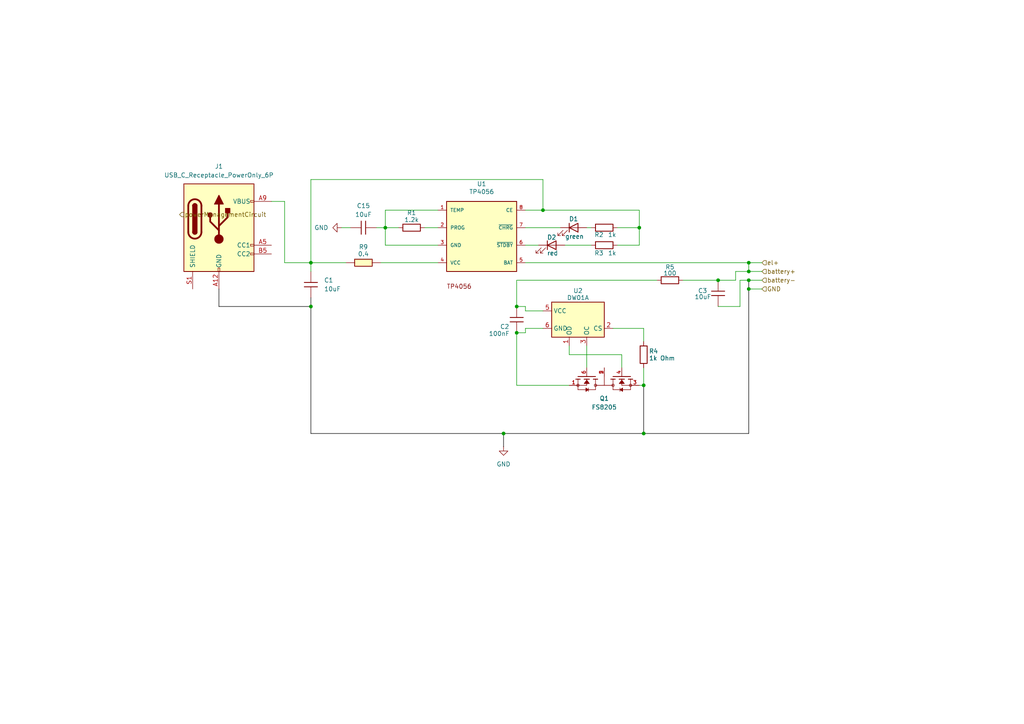
<source format=kicad_sch>
(kicad_sch (version 20231120) (generator "eeschema") (generator_version "8.0")
  (paper "A4")
  (title_block (title "ChargingCircuit_puzzRob"))
  (lib_symbols
    (symbol "Battery_Management:DW01A"
      (property "Reference" "U" (at -6.604 6.35 0))
      (property "Value" "DW01A" (at 4.318 6.604 0))
      (symbol "DW01A_0_1"
        (pin output line (at -2.54 -7.62 90) (length 2.54) (name "OD") (number "1"))
        (pin input line (at 10.16 -2.54 180) (length 2.54) (name "CS") (number "2"))
        (pin output line (at 2.54 -7.62 90) (length 2.54) (name "OC") (number "3"))
        (pin power_in line (at -10.16 2.54 0) (length 2.54) (name "VCC") (number "5"))
        (pin power_in line (at -10.16 -2.54 0) (length 2.54) (name "GND") (number "6"))
      )
      (symbol "DW01A_1_1"
        (rectangle (start -7.62 5.08) (end 7.62 -5.08) (stroke (width 0.254)) (fill (type background)))
        (pin no_connect line (at 10.16 2.54 180) (length 2.54) hide (name "TD") (number "4"))
      )
    )
    (symbol "Connector:USB_C_Receptacle_PowerOnly_6P" (pin_names (offset 1.016))
      (property "Reference" "J" (at 0 16.51 0))
      (property "Value" "USB_C_Receptacle_PowerOnly_6P" (at 0 13.97 0))
      (symbol "USB_C_Receptacle_PowerOnly_6P_0_0"
        (rectangle (start -0.254 -12.7) (end 0.254 -11.684))
        (rectangle (start 10.16 -7.366) (end 9.144 -7.874))
        (rectangle (start 10.16 -4.826) (end 9.144 -5.334))
        (rectangle (start 10.16 7.874) (end 9.144 7.366))
      )
      (symbol "USB_C_Receptacle_PowerOnly_6P_0_1"
        (rectangle (start -10.16 12.7) (end 10.16 -12.7) (stroke (width 0.254)) (fill (type background)))
        (arc (start -8.89 -1.27) (mid -6.985 -3.1667) (end -5.08 -1.27) (stroke (width 0.508)))
        (arc (start -7.62 -1.27) (mid -6.985 -1.9023) (end -6.35 -1.27) (stroke (width 0.254)))
        (arc (start -7.62 -1.27) (mid -6.985 -1.9023) (end -6.35 -1.27) (stroke (width 0.254)) (fill (type outline)))
        (rectangle (start -7.62 -1.27) (end -6.35 6.35) (stroke (width 0.254)) (fill (type outline)))
        (arc (start -6.35 6.35) (mid -6.985 6.9823) (end -7.62 6.35) (stroke (width 0.254)))
        (arc (start -6.35 6.35) (mid -6.985 6.9823) (end -7.62 6.35) (stroke (width 0.254)) (fill (type outline)))
        (arc (start -5.08 6.35) (mid -6.985 8.2467) (end -8.89 6.35) (stroke (width 0.508)))
        (circle (center -2.54 3.683) (radius 0.635) (stroke (width 0.254)) (fill (type outline)))
        (circle (center 0 -3.302) (radius 1.27) (fill (type outline)))
        (polyline (pts (xy -8.89 -1.27) (xy -8.89 6.35)) (stroke (width 0.508)))
        (polyline (pts (xy -5.08 6.35) (xy -5.08 -1.27)) (stroke (width 0.508)))
        (polyline (pts (xy 0 -3.302) (xy 0 6.858)) (stroke (width 0.508)))
        (polyline (pts (xy 0 -0.762) (xy -2.54 1.778) (xy -2.54 3.048)) (stroke (width 0.508)))
        (polyline (pts (xy 0 0.508) (xy 2.54 3.048) (xy 2.54 4.318)) (stroke (width 0.508)))
        (polyline (pts (xy -1.27 6.858) (xy 0 9.398) (xy 1.27 6.858) (xy -1.27 6.858)) (stroke (width 0.254)) (fill (type outline)))
        (rectangle (start 1.905 4.318) (end 3.175 5.588) (stroke (width 0.254)) (fill (type outline)))
      )
      (symbol "USB_C_Receptacle_PowerOnly_6P_1_1"
        (pin passive line (at 0 -17.78 90) (length 5.08) (name "GND") (number "A12"))
        (pin bidirectional line (at 15.24 -5.08 180) (length 5.08) (name "CC1") (number "A5"))
        (pin passive line (at 15.24 7.62 180) (length 5.08) (name "VBUS") (number "A9"))
        (pin passive line (at 0 -17.78 90) (length 5.08) hide (name "GND") (number "B12"))
        (pin bidirectional line (at 15.24 -7.62 180) (length 5.08) (name "CC2") (number "B5"))
        (pin passive line (at 15.24 7.62 180) (length 5.08) hide (name "VBUS") (number "B9"))
        (pin passive line (at -7.62 -17.78 90) (length 5.08) (name "SHIELD") (number "S1"))
      )
    )
    (symbol "Device:LED" (pin_numbers hide) (pin_names (offset 1.016) hide)
      (property "Reference" "D" (at 0 2.54 0))
      (property "Value" "LED" (at 0 -2.54 0))
      (symbol "LED_0_1"
        (polyline (pts (xy -1.27 -1.27) (xy -1.27 1.27)) (stroke (width 0.254)))
        (polyline (pts (xy -1.27 0) (xy 1.27 0)))
        (polyline (pts (xy 1.27 -1.27) (xy 1.27 1.27) (xy -1.27 0) (xy 1.27 -1.27)) (stroke (width 0.254)))
        (polyline (pts (xy -3.048 -0.762) (xy -4.572 -2.286) (xy -3.81 -2.286) (xy -4.572 -2.286) (xy -4.572 -1.524)))
        (polyline (pts (xy -1.778 -0.762) (xy -3.302 -2.286) (xy -2.54 -2.286) (xy -3.302 -2.286) (xy -3.302 -1.524)))
      )
      (symbol "LED_1_1"
        (pin passive line (at -3.81 0 0) (length 2.54) (name "K") (number "1"))
        (pin passive line (at 3.81 0 180) (length 2.54) (name "A") (number "2"))
      )
    )
    (symbol "Device:R" (pin_numbers hide) (pin_names (offset 0))
      (property "Reference" "R" (at 2.032 0 90))
      (property "Value" "R" (at 0 0 90))
      (symbol "R_0_1"
        (rectangle (start -1.016 -2.54) (end 1.016 2.54) (stroke (width 0.254)))
      )
      (symbol "R_1_1"
        (pin passive line (at 0 3.81 270) (length 1.27) (name "~") (number "1"))
        (pin passive line (at 0 -3.81 90) (length 1.27) (name "~") (number "2"))
      )
    )
    (symbol "FS8205:FS8205" (pin_names (offset 1.016))
      (property "Reference" "Q" (at 2.54 2.286 0))
      (property "Value" "FS8205" (at 2.54 -2.032 0))
      (symbol "FS8205_0_0"
        (circle (center 0 -7.62) (radius 0.3592))
        (circle (center 0 -2.54) (radius 0.3592))
        (polyline (pts (xy -2.54 -2.54) (xy -2.54 -7.62)) (stroke (width 0.254)))
        (polyline (pts (xy -2.54 0) (xy 0 0)) (stroke (width 0.1524)))
        (polyline (pts (xy -2.54 2.54) (xy -2.54 7.62)) (stroke (width 0.254)))
        (polyline (pts (xy -1.778 -7.62) (xy -1.778 -8.255)) (stroke (width 0.254)))
        (polyline (pts (xy -1.778 -6.985) (xy -1.778 -7.62)) (stroke (width 0.254)))
        (polyline (pts (xy -1.778 -5.08) (xy -1.778 -5.842)) (stroke (width 0.254)))
        (polyline (pts (xy -1.778 -5.08) (xy 0 -5.08)) (stroke (width 0.1524)))
        (polyline (pts (xy -1.778 -4.318) (xy -1.778 -5.08)) (stroke (width 0.254)))
        (polyline (pts (xy -1.778 -2.54) (xy -1.778 -3.175)) (stroke (width 0.254)))
        (polyline (pts (xy -1.778 -2.54) (xy 0 -2.54)) (stroke (width 0.1524)))
        (polyline (pts (xy -1.778 -1.905) (xy -1.778 -2.54)) (stroke (width 0.254)))
        (polyline (pts (xy -1.778 1.905) (xy -1.778 2.54)) (stroke (width 0.254)))
        (polyline (pts (xy -1.778 2.54) (xy -1.778 3.175)) (stroke (width 0.254)))
        (polyline (pts (xy -1.778 2.54) (xy 0 2.54)) (stroke (width 0.1524)))
        (polyline (pts (xy -1.778 4.318) (xy -1.778 5.08)) (stroke (width 0.254)))
        (polyline (pts (xy -1.778 5.08) (xy -1.778 5.842)) (stroke (width 0.254)))
        (polyline (pts (xy -1.778 5.08) (xy 0 5.08)) (stroke (width 0.1524)))
        (polyline (pts (xy -1.778 6.985) (xy -1.778 7.62)) (stroke (width 0.254)))
        (polyline (pts (xy -1.778 7.62) (xy -1.778 8.255)) (stroke (width 0.254)))
        (polyline (pts (xy 0 -7.62) (xy -1.778 -7.62)) (stroke (width 0.1524)))
        (polyline (pts (xy 0 -7.62) (xy 1.27 -7.62)) (stroke (width 0.1524)))
        (polyline (pts (xy 0 -5.08) (xy 0 -7.62)) (stroke (width 0.1524)))
        (polyline (pts (xy 0 -2.54) (xy 1.27 -2.54)) (stroke (width 0.1524)))
        (polyline (pts (xy 0 0) (xy 0 -2.54)) (stroke (width 0.1778)))
        (polyline (pts (xy 0 2.54) (xy 0 0)) (stroke (width 0.1778)))
        (polyline (pts (xy 0 2.54) (xy 1.27 2.54)) (stroke (width 0.1524)))
        (polyline (pts (xy 0 5.08) (xy 0 7.62)) (stroke (width 0.1524)))
        (polyline (pts (xy 0 7.62) (xy -1.778 7.62)) (stroke (width 0.1524)))
        (polyline (pts (xy 0 7.62) (xy 1.27 7.62)) (stroke (width 0.1524)))
        (polyline (pts (xy 1.27 -4.572) (xy 0.762 -4.572)) (stroke (width 0.1524)))
        (polyline (pts (xy 1.27 -4.572) (xy 1.27 -7.62)) (stroke (width 0.1524)))
        (polyline (pts (xy 1.27 -2.54) (xy 1.27 -4.572)) (stroke (width 0.1524)))
        (polyline (pts (xy 1.27 2.54) (xy 1.27 4.572)) (stroke (width 0.1524)))
        (polyline (pts (xy 1.27 4.572) (xy 0.762 4.572)) (stroke (width 0.1524)))
        (polyline (pts (xy 1.27 4.572) (xy 1.27 7.62)) (stroke (width 0.1524)))
        (polyline (pts (xy 1.778 -4.572) (xy 1.27 -4.572)) (stroke (width 0.1524)))
        (polyline (pts (xy 1.778 4.572) (xy 1.27 4.572)) (stroke (width 0.1524)))
        (polyline (pts (xy -1.524 -5.08) (xy -0.508 -4.318) (xy -0.508 -5.842) (xy -1.524 -5.08)) (stroke (width 0.1524)) (fill (type outline)))
        (polyline (pts (xy -1.524 5.08) (xy -0.508 4.318) (xy -0.508 5.842) (xy -1.524 5.08)) (stroke (width 0.1524)) (fill (type outline)))
        (polyline (pts (xy 1.27 -4.572) (xy 0.762 -5.334) (xy 1.778 -5.334) (xy 1.27 -4.572)) (stroke (width 0.1524)) (fill (type outline)))
        (polyline (pts (xy 1.27 4.572) (xy 0.762 5.334) (xy 1.778 5.334) (xy 1.27 4.572)) (stroke (width 0.1524)) (fill (type outline)))
        (circle (center 0 2.54) (radius 0.3592))
        (circle (center 0 7.62) (radius 0.3592))
        (pin passive line (at 0 -10.16 90) (length 2.54) (name "~") (number "1"))
        (pin passive line (at -5.08 0 0) (length 2.54) (name "~") (number "2"))
        (pin passive line (at 0 10.16 270) (length 2.54) (name "~") (number "3"))
        (pin passive line (at -5.08 5.08 0) (length 2.54) (name "~") (number "4"))
        (pin passive line (at -5.08 0 0) (length 2.54) (name "~") (number "5"))
        (pin passive line (at -5.08 -5.08 0) (length 2.54) (name "~") (number "6"))
      )
    )
    (symbol "Fab:C_1206" (pin_numbers hide)
      (property "Reference" "C" (at 0.635 2.54 0))
      (property "Value" "C_1206" (at 0.635 -2.54 0))
      (symbol "C_1206_1_1"
        (polyline (pts (xy -1.905 -0.635) (xy 1.905 -0.635)) (stroke (width 0.25)))
        (polyline (pts (xy -1.905 0.635) (xy 1.905 0.635)) (stroke (width 0.25)))
        (pin passive line (at 0 3.81 270) (length 3.175) (name "~") (number "1"))
        (pin passive line (at 0 -3.81 90) (length 3.175) (name "~") (number "2"))
      )
    )
    (symbol "Fab:R_1206" (pin_numbers hide) (pin_names (offset 0))
      (property "Reference" "R" (at 2.54 0 90))
      (property "Value" "R_1206" (at -2.54 0 90))
      (symbol "R_1206_0_1"
        (rectangle (start -1.016 -2.54) (end 1.016 2.54) (stroke (width 0.254)) (fill (type background)))
      )
      (symbol "R_1206_1_1"
        (pin passive line (at 0 5.08 270) (length 2.54) (name "~") (number "1"))
        (pin passive line (at 0 -5.08 90) (length 2.54) (name "~") (number "2"))
      )
    )
    (symbol "TP4056:TP4056" (pin_names (offset 1.016))
      (property "Reference" "U" (at -7.62 -12.7 0))
      (property "Value" "TP4056" (at 0 0 0))
      (symbol "TP4056_0_0"
        (rectangle (start -7.62 -10.16) (end 12.7 10.16) (stroke (width 0.254)) (fill (type background)))
        (text "TP4056" (at -7.62 -15.24 0) (effects (font (size 1.27 1.27)) (justify left bottom)))
        (pin bidirectional line (at -10.16 7.62 0) (length 2.54) (name "TEMP") (number "1"))
        (pin bidirectional line (at -10.16 2.54 0) (length 2.54) (name "PROG") (number "2"))
        (pin bidirectional line (at -10.16 -2.54 0) (length 2.54) (name "GND") (number "3"))
        (pin bidirectional line (at -10.16 -7.62 0) (length 2.54) (name "VCC") (number "4"))
        (pin bidirectional line (at 15.24 -7.62 180) (length 2.54) (name "BAT") (number "5"))
        (pin bidirectional line (at 15.24 -2.54 180) (length 2.54) (name "~{STDBY}") (number "6"))
        (pin bidirectional line (at 15.24 2.54 180) (length 2.54) (name "~{CHRG}") (number "7"))
        (pin bidirectional line (at 15.24 7.62 180) (length 2.54) (name "CE") (number "8"))
      )
    )
    (symbol "power:GND" (power) (pin_numbers hide) (pin_names (offset 0) hide)
      (property "Value" "GND" (at 0 -3.81 0))
      (symbol "GND_0_1"
        (polyline (pts (xy 0 0) (xy 0 -1.27) (xy 1.27 -1.27) (xy 0 -2.54) (xy -1.27 -1.27) (xy 0 -1.27)))
      )
      (symbol "GND_1_1"
        (pin power_in line (at 0 0 270) (length 0) (name "~") (number "1"))
      )
    )
  )
  (junction (at 217.17 76.2))
  (junction (at 90.17 88.9))
  (junction (at 111.76 66.04))
  (junction (at 186.69 111.76))
  (junction (at 217.17 78.74))
  (junction (at 185.42 66.04))
  (junction (at 157.48 60.96))
  (junction (at 208.28 81.28))
  (junction (at 217.17 81.28))
  (junction (at 146.05 125.73))
  (junction (at 90.17 76.2))
  (junction (at 149.86 88.9))
  (junction (at 186.69 125.73))
  (junction (at 149.86 96.52))
  (junction (at 217.17 83.82))
  (wire (pts (xy 123.19 66.04) (xy 127 66.04)))
  (wire (pts (xy 90.17 76.2) (xy 82.55 76.2)))
  (wire (pts (xy 157.48 90.17) (xy 152.4 90.17)))
  (wire (pts (xy 157.48 60.96) (xy 157.48 52.07)))
  (wire (pts (xy 165.1 102.87) (xy 180.34 102.87)))
  (wire (pts (xy 111.76 71.12) (xy 111.76 66.04)))
  (wire (pts (xy 186.69 95.25) (xy 186.69 99.06)))
  (wire (pts (xy 186.69 106.68) (xy 186.69 111.76)))
  (wire (pts (xy 208.28 81.28) (xy 213.36 81.28)))
  (wire (pts (xy 217.17 83.82) (xy 217.17 125.73)) (stroke (width 0) (color 0 0 0 1)))
  (wire (pts (xy 146.05 125.73) (xy 186.69 125.73)) (stroke (width 0) (color 0 0 0 1)))
  (wire (pts (xy 186.69 111.76) (xy 186.69 125.73)) (stroke (width 0) (color 0 0 0 1)))
  (wire (pts (xy 214.63 81.28) (xy 217.17 81.28)))
  (wire (pts (xy 208.28 88.9) (xy 214.63 88.9)))
  (wire (pts (xy 198.12 81.28) (xy 208.28 81.28)))
  (wire (pts (xy 90.17 86.36) (xy 90.17 88.9)) (stroke (width 0) (color 0 0 0 1)))
  (wire (pts (xy 214.63 88.9) (xy 214.63 81.28)))
  (wire (pts (xy 149.86 81.28) (xy 149.86 88.9)))
  (wire (pts (xy 217.17 83.82) (xy 220.98 83.82)))
  (wire (pts (xy 152.4 66.04) (xy 162.56 66.04)))
  (wire (pts (xy 217.17 81.28) (xy 217.17 83.82)) (stroke (width 0) (color 0 0 0 1)))
  (wire (pts (xy 171.45 66.04) (xy 170.18 66.04)))
  (wire (pts (xy 152.4 96.52) (xy 149.86 96.52)))
  (wire (pts (xy 152.4 60.96) (xy 157.48 60.96)))
  (wire (pts (xy 180.34 102.87) (xy 180.34 106.68)))
  (wire (pts (xy 127 60.96) (xy 111.76 60.96)))
  (wire (pts (xy 163.83 71.12) (xy 171.45 71.12)))
  (wire (pts (xy 217.17 76.2) (xy 217.17 78.74)))
  (wire (pts (xy 82.55 76.2) (xy 82.55 58.42)))
  (wire (pts (xy 90.17 76.2) (xy 100.33 76.2)))
  (wire (pts (xy 217.17 78.74) (xy 220.98 78.74)))
  (wire (pts (xy 127 71.12) (xy 111.76 71.12)))
  (wire (pts (xy 179.07 66.04) (xy 185.42 66.04)))
  (wire (pts (xy 90.17 52.07) (xy 90.17 76.2)))
  (wire (pts (xy 213.36 78.74) (xy 217.17 78.74)))
  (wire (pts (xy 179.07 71.12) (xy 185.42 71.12)))
  (wire (pts (xy 109.22 66.04) (xy 111.76 66.04)))
  (wire (pts (xy 82.55 58.42) (xy 78.74 58.42)))
  (wire (pts (xy 186.69 125.73) (xy 217.17 125.73)) (stroke (width 0) (color 0 0 0 1)))
  (wire (pts (xy 90.17 125.73) (xy 146.05 125.73)) (stroke (width 0) (color 0 0 0 1)))
  (wire (pts (xy 152.4 76.2) (xy 217.17 76.2)))
  (wire (pts (xy 111.76 60.96) (xy 111.76 66.04)))
  (wire (pts (xy 90.17 88.9) (xy 90.17 125.73)) (stroke (width 0) (color 0 0 0 1)))
  (wire (pts (xy 63.5 83.82) (xy 63.5 88.9)) (stroke (width 0) (color 0 0 0 1)))
  (wire (pts (xy 157.48 52.07) (xy 90.17 52.07)))
  (wire (pts (xy 99.06 66.04) (xy 101.6 66.04)))
  (wire (pts (xy 111.76 66.04) (xy 115.57 66.04)))
  (wire (pts (xy 90.17 78.74) (xy 90.17 76.2)))
  (wire (pts (xy 152.4 71.12) (xy 156.21 71.12)))
  (wire (pts (xy 217.17 81.28) (xy 220.98 81.28)))
  (wire (pts (xy 185.42 111.76) (xy 186.69 111.76)))
  (wire (pts (xy 152.4 95.25) (xy 152.4 96.52)))
  (wire (pts (xy 63.5 88.9) (xy 90.17 88.9)) (stroke (width 0) (color 0 0 0 1)))
  (wire (pts (xy 157.48 95.25) (xy 152.4 95.25)))
  (wire (pts (xy 213.36 81.28) (xy 213.36 78.74)))
  (wire (pts (xy 185.42 71.12) (xy 185.42 66.04)))
  (wire (pts (xy 149.86 96.52) (xy 149.86 111.76)))
  (wire (pts (xy 110.49 76.2) (xy 127 76.2)))
  (wire (pts (xy 165.1 100.33) (xy 165.1 102.87)))
  (wire (pts (xy 157.48 60.96) (xy 185.42 60.96)))
  (wire (pts (xy 152.4 88.9) (xy 149.86 88.9)))
  (wire (pts (xy 190.5 81.28) (xy 149.86 81.28)))
  (wire (pts (xy 170.18 100.33) (xy 170.18 106.68)))
  (wire (pts (xy 165.1 111.76) (xy 149.86 111.76)))
  (wire (pts (xy 185.42 66.04) (xy 185.42 60.96)))
  (wire (pts (xy 146.05 125.73) (xy 146.05 129.54)) (stroke (width 0) (color 0 0 0 1)))
  (wire (pts (xy 217.17 76.2) (xy 220.98 76.2)))
  (wire (pts (xy 177.8 95.25) (xy 186.69 95.25)))
  (wire (pts (xy 152.4 90.17) (xy 152.4 88.9)))
  (hierarchical_label "GND" (shape input) (at 220.98 83.82 0))
  (hierarchical_label "battery-" (shape input) (at 220.98 81.28 0))
  (hierarchical_label "battery+" (shape input) (at 220.98 78.74 0))
  (hierarchical_label "el+" (shape input) (at 220.98 76.2 0))
  (hierarchical_label "powerManagementCircuit" (shape input) (at 52.07 62.23 0))
  (symbol (lib_id "Fab:C_1206") (at 149.86 92.71 0) (unit 1)
    (property "Reference" "C2" (at 145.034 94.742 0) (effects (justify left)))
    (property "Value" "100nF" (at 141.732 96.774 0) (effects (justify left)))
    (property "Footprint" "fab:C_1206" (effects (hide yes)))
    (property "Datasheet" "https://www.yageo.com/upload/media/product/productsearch/datasheet/mlcc/UPY-GP_NP0_16V-to-50V_18.pdf" (effects (hide yes)))
    (property "Description" "Unpolarized capacitor, SMD, 1206" (effects (hide yes)))
  )
  (symbol (lib_id "Device:R") (at 119.38 66.04 90) (unit 1)
    (property "Reference" "R1" (at 119.38 61.722 90))
    (property "Value" "1.2k" (at 119.38 63.754 90))
    (property "Description" "Resistor" (effects (hide yes)))
  )
  (symbol (lib_id "Fab:C_1206") (at 105.41 66.04 90) (unit 1)
    (property "Reference" "C15" (at 105.41 59.69 90))
    (property "Value" "10uF" (at 105.41 62.23 90))
    (property "Footprint" "fab:C_1206" (effects (hide yes)))
    (property "Datasheet" "https://www.yageo.com/upload/media/product/productsearch/datasheet/mlcc/UPY-GP_NP0_16V-to-50V_18.pdf" (effects (hide yes)))
    (property "Description" "Unpolarized capacitor, SMD, 1206" (effects (hide yes)))
  )
  (symbol (lib_id "Device:LED") (at 160.02 71.12 0) (unit 1)
    (property "Reference" "D2" (at 160.02 68.834 0))
    (property "Value" "red" (at 160.274 73.406 0))
    (property "Footprint" "LED_SMD:LED_0402_1005Metric" (effects (hide yes)))
    (property "Description" "Light emitting diode" (effects (hide yes)))
  )
  (symbol (lib_id "FS8205:FS8205") (at 175.26 111.76 270) (unit 1)
    (property "Reference" "Q1" (at 175.26 115.57 90))
    (property "Value" "FS8205" (at 175.26 118.11 90))
    (property "Footprint" "FS8205:SOT95P280X145-6N" (effects (hide yes)))
    (property "MF" "Fortune Semiconductor" (effects (hide yes)))
    (property "MAXIMUM_PACKAGE_HEIGHT" "1.45mm" (effects (hide yes)))
    (property "Package" "Package" (effects (hide yes)))
    (property "Price" "None" (effects (hide yes)))
    (property "Check_prices" "https://www.snapeda.com/parts/FS8205/Fortune+Semiconductor/view-part/?ref=eda" (effects (hide yes)))
    (property "STANDARD" "IPC-7351B" (effects (hide yes)))
    (property "PARTREV" "1.9" (effects (hide yes)))
    (property "SnapEDA_Link" "https://www.snapeda.com/parts/FS8205/Fortune+Semiconductor/view-part/?ref=snap" (effects (hide yes)))
    (property "MP" "FS8205" (effects (hide yes)))
    (property "Description_1" "\n                        \n                            Dual N-Channel Enhancement Mode Power MOSFET\n                        \n" (effects (hide yes)))
    (property "Availability" "In Stock" (effects (hide yes)))
    (property "MANUFACTURER" "Fortune" (effects (hide yes)))
  )
  (symbol (lib_id "Device:R") (at 175.26 66.04 90) (unit 1)
    (property "Reference" "R2" (at 173.736 68.072 90))
    (property "Value" "1k" (at 177.546 68.072 90))
    (property "Description" "Resistor" (effects (hide yes)))
  )
  (symbol (lib_id "Device:LED") (at 166.37 66.04 0) (unit 1)
    (property "Reference" "D1" (at 166.37 63.5 0))
    (property "Value" "green" (at 166.624 68.58 0))
    (property "Footprint" "LED_SMD:LED_0402_1005Metric" (effects (hide yes)))
    (property "Description" "Light emitting diode" (effects (hide yes)))
  )
  (symbol (lib_id "Fab:R_1206") (at 105.41 76.2 90) (unit 1)
    (property "Reference" "R9" (at 105.41 71.628 90))
    (property "Value" "0.4" (at 105.41 73.66 90))
    (property "Footprint" "fab:R_1206" (effects (hide yes)))
    (property "Description" "Resistor" (effects (hide yes)))
  )
  (symbol (lib_id "Connector:USB_C_Receptacle_PowerOnly_6P") (at 63.5 66.04 0) (unit 1)
    (property "Reference" "J1" (at 63.5 48.26 0))
    (property "Value" "USB_C_Receptacle_PowerOnly_6P" (at 63.5 50.8 0))
    (property "Footprint" "Connector_USB:USB_C_Receptacle_GCT_USB4135-GF-A_6P_TopMnt_Horizontal" (effects (hide yes)))
    (property "Datasheet" "https://www.usb.org/sites/default/files/documents/usb_type-c.zip" (effects (hide yes)))
    (property "Description" "USB Power-Only 6P Type-C Receptacle connector" (effects (hide yes)))
  )
  (symbol (lib_id "Battery_Management:DW01A") (at 167.64 92.71 0) (unit 1)
    (property "Reference" "U2" (at 167.64 84.328 0))
    (property "Value" "DW01A" (at 167.64 86.36 0))
    (property "Footprint" "Package_TO_SOT_SMD:SOT-23-6" (effects (hide yes)))
    (property "Datasheet" "https://hmsemi.com/downfile/DW01A.PDF" (effects (hide yes)))
    (property "Description" "Overcharge, overcurrent and overdischarge protection IC for single cell lithium-ion/polymer battery" (effects (hide yes)))
  )
  (symbol (lib_id "power:GND") (at 146.05 129.54 0) (unit 1)
    (property "Reference" "#PWR01" (effects (hide yes)))
    (property "Value" "GND" (at 146.05 134.62 0))
    (property "Description" "Power symbol creates a global label with name \"GND\" , ground" (effects (hide yes)))
  )
  (symbol (lib_id "power:GND") (at 99.06 66.04 270) (unit 1)
    (property "Reference" "#PWR02" (effects (hide yes)))
    (property "Value" "GND" (at 95.25 66.0399 90) (effects (justify right)))
    (property "Description" "Power symbol creates a global label with name \"GND\" , ground" (effects (hide yes)))
  )
  (symbol (lib_id "Fab:C_1206") (at 90.17 82.55 0) (unit 1)
    (property "Reference" "C1" (at 93.98 81.2799 0) (effects (justify left)))
    (property "Value" "10uF" (at 93.98 83.8199 0) (effects (justify left)))
    (property "Footprint" "fab:C_1206" (effects (hide yes)))
    (property "Datasheet" "https://www.yageo.com/upload/media/product/productsearch/datasheet/mlcc/UPY-GP_NP0_16V-to-50V_18.pdf" (effects (hide yes)))
    (property "Description" "Unpolarized capacitor, SMD, 1206" (effects (hide yes)))
  )
  (symbol (lib_id "Device:R") (at 194.31 81.28 90) (unit 1)
    (property "Reference" "R5" (at 194.31 77.47 90))
    (property "Value" "100" (at 194.31 79.248 90))
    (property "Description" "Resistor" (effects (hide yes)))
  )
  (symbol (lib_id "TP4056:TP4056") (at 137.16 68.58 0) (unit 1)
    (property "Reference" "U1" (at 139.7 53.34 0))
    (property "Value" "TP4056" (at 139.7 55.626 0))
    (property "Footprint" "TP4056:SOT23-8" (effects (hide yes)))
    (property "MF" "Texas Instruments" (effects (hide yes)))
    (property "Description_1" "\n                        \n                            Charger Li-Ion Article 1A protection, module with IO TP4056 (micro USB)\n                        \n" (effects (hide yes)))
    (property "Package" "None" (effects (hide yes)))
    (property "Price" "None" (effects (hide yes)))
    (property "SnapEDA_Link" "https://www.snapeda.com/parts/TP4056/Texas+Instruments/view-part/?ref=snap" (effects (hide yes)))
    (property "MP" "TP4056" (effects (hide yes)))
    (property "Availability" "Not in stock" (effects (hide yes)))
    (property "Check_prices" "https://www.snapeda.com/parts/TP4056/Texas+Instruments/view-part/?ref=eda" (effects (hide yes)))
  )
  (symbol (lib_id "Device:R") (at 186.69 102.87 180) (unit 1)
    (property "Reference" "R4" (at 188.214 101.854 0) (effects (justify right)))
    (property "Value" "1k Ohm" (at 188.214 103.886 0) (effects (justify right)))
    (property "Description" "Resistor" (effects (hide yes)))
  )
  (symbol (lib_id "Fab:C_1206") (at 208.28 85.09 0) (unit 1)
    (property "Reference" "C3" (at 202.438 84.328 0) (effects (justify left)))
    (property "Value" "10uF" (at 201.422 86.106 0) (effects (justify left)))
    (property "Footprint" "fab:C_1206" (effects (hide yes)))
    (property "Datasheet" "https://www.yageo.com/upload/media/product/productsearch/datasheet/mlcc/UPY-GP_NP0_16V-to-50V_18.pdf" (effects (hide yes)))
    (property "Description" "Unpolarized capacitor, SMD, 1206" (effects (hide yes)))
  )
  (symbol (lib_id "Device:R") (at 175.26 71.12 90) (unit 1)
    (property "Reference" "R3" (at 173.736 73.406 90))
    (property "Value" "1k" (at 177.546 73.406 90))
    (property "Description" "Resistor" (effects (hide yes)))
  )
)
</source>
